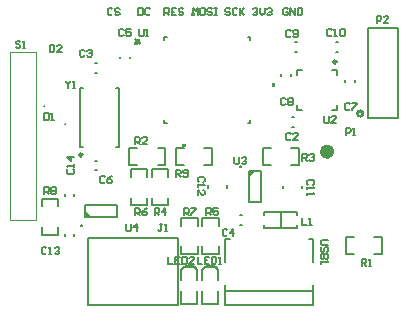
<source format=gto>
G04 Layer_Color=65535*
%FSLAX25Y25*%
%MOIN*%
G70*
G01*
G75*
%ADD29C,0.01000*%
%ADD47C,0.00787*%
%ADD48C,0.00984*%
%ADD49C,0.03150*%
%ADD50C,0.00500*%
%ADD51C,0.00600*%
%ADD52C,0.00394*%
%ADD53C,0.00700*%
%ADD54C,0.00591*%
%ADD55C,0.00709*%
%ADD56C,0.00669*%
G36*
X80811Y42567D02*
Y44776D01*
X83020D01*
X80811Y42567D01*
D02*
G37*
G36*
X28193Y29449D02*
X25984D01*
Y31657D01*
X28193Y29449D01*
D02*
G37*
G36*
X59686Y52549D02*
X58186D01*
Y53549D01*
X59686D01*
Y52549D01*
D02*
G37*
G36*
X62836Y96349D02*
X61336D01*
Y97349D01*
X62836D01*
Y96349D01*
D02*
G37*
G36*
X89211Y72624D02*
X88211D01*
Y74124D01*
X89211D01*
Y72624D01*
D02*
G37*
D29*
X118683Y63779D02*
G03*
X118683Y63779I-907J0D01*
G01*
D47*
X12425Y66315D02*
G03*
X12425Y66315I-197J0D01*
G01*
X19516Y60323D02*
G03*
X19516Y60323I-197J0D01*
G01*
X72827Y4740D02*
X101961D01*
X100583Y21866D02*
X101961D01*
X72827D02*
X74244D01*
X101961Y-141D02*
Y6512D01*
X72827Y-141D02*
X101961D01*
Y14386D02*
Y21866D01*
X72827Y-141D02*
Y6512D01*
Y14425D02*
Y21866D01*
X130311Y62449D02*
Y92449D01*
X120311D02*
X130311D01*
X120311Y62449D02*
Y92449D01*
Y62449D02*
X130311D01*
X57011Y-151D02*
Y22449D01*
X27111Y-151D02*
X57011D01*
X27111D02*
Y22449D01*
X57011D01*
X96540Y76784D02*
Y78458D01*
X98214D01*
X96540Y65072D02*
Y66745D01*
Y65072D02*
X98214D01*
X108253D02*
X109926D01*
Y66745D01*
Y76784D02*
Y78458D01*
X108253D02*
X109926D01*
X24315Y52606D02*
Y72291D01*
X37307Y52606D02*
Y72291D01*
X24315Y52606D02*
X25201D01*
X24315Y72291D02*
X25201D01*
X36421Y52606D02*
X37307D01*
X36421Y72291D02*
X37307D01*
D48*
X109828Y81017D02*
G03*
X109828Y81017I-492J0D01*
G01*
X25102Y50047D02*
G03*
X25102Y50047I-492J0D01*
G01*
D49*
X107581Y51083D02*
G03*
X107581Y51083I-907J0D01*
G01*
D50*
X25984Y29449D02*
X36614Y29449D01*
Y33449D01*
X25984Y33449D02*
X36614Y33449D01*
X25984Y29449D02*
Y33449D01*
X80811Y34146D02*
X80811Y44776D01*
X80811Y34146D02*
X84811D01*
X84811Y44776D02*
X84811Y34146D01*
X80811Y44776D02*
X84811D01*
X65153Y11764D02*
X65941Y12551D01*
X69681D01*
X65744Y12354D02*
X66433Y13043D01*
X69189D02*
X69779Y12453D01*
X69681Y12551D02*
X70468Y11764D01*
Y8220D02*
Y11764D01*
X65153Y8220D02*
Y11764D01*
Y347D02*
X70468D01*
Y4677D01*
X65153Y347D02*
Y4677D01*
X66433Y13043D02*
X69189D01*
X58153Y11764D02*
X58941Y12551D01*
X62681D01*
X58744Y12354D02*
X59433Y13043D01*
X62189D02*
X62779Y12453D01*
X62681Y12551D02*
X63468Y11764D01*
Y8220D02*
Y11764D01*
X58153Y8220D02*
Y11764D01*
Y347D02*
X63468D01*
Y4677D01*
X58153Y347D02*
Y4677D01*
X59433Y13043D02*
X62189D01*
D51*
X52511Y89249D02*
X53376D01*
X52511Y60649D02*
X53376D01*
X81111D02*
Y61514D01*
X80246Y89249D02*
X81111D01*
X52511Y88384D02*
Y89249D01*
Y60649D02*
Y61514D01*
X80246Y60649D02*
X81111D01*
Y88384D02*
Y89249D01*
D52*
X1125Y84449D02*
X1177Y28349D01*
X1176D02*
X9561D01*
Y42699D01*
Y84449D01*
X1125D02*
X9561D01*
D53*
X56313Y46722D02*
X58911D01*
X56313D02*
Y52169D01*
X58911D01*
X65711D02*
X68309D01*
Y46722D02*
Y52169D01*
X65711Y46722D02*
X68309D01*
X11584Y23451D02*
Y26049D01*
Y23451D02*
X17031D01*
Y26049D01*
Y32849D02*
Y35447D01*
X11584D02*
X17031D01*
X11584Y32849D02*
Y35447D01*
X63538Y26290D02*
Y28888D01*
X58091D02*
X63538D01*
X58091Y26290D02*
Y28888D01*
Y16892D02*
Y19490D01*
Y16892D02*
X63538D01*
Y19490D01*
X46750Y42550D02*
Y45148D01*
X41304D02*
X46750D01*
X41304Y42550D02*
Y45148D01*
Y33151D02*
Y35750D01*
Y33151D02*
X46750D01*
Y35750D01*
X70538Y26290D02*
Y28888D01*
X65091D02*
X70538D01*
X65091Y26290D02*
Y28888D01*
Y16892D02*
Y19490D01*
Y16892D02*
X70538D01*
Y19490D01*
X48297Y33151D02*
Y35750D01*
Y33151D02*
X53744D01*
Y35750D01*
Y42550D02*
Y45148D01*
X48297D02*
X53744D01*
X48297Y42550D02*
Y45148D01*
X94711Y52175D02*
X97309D01*
Y46729D02*
Y52175D01*
X94711Y46729D02*
X97309D01*
X85313D02*
X87911D01*
X85313D02*
Y52175D01*
X87911D01*
X50211Y46722D02*
X52809D01*
Y52169D01*
X50211D02*
X52809D01*
X40813D02*
X43411D01*
X40813Y46722D02*
Y52169D01*
Y46722D02*
X43411D01*
X112998Y22467D02*
X115596D01*
X112998Y17020D02*
Y22467D01*
Y17020D02*
X115596D01*
X122396D02*
X124994D01*
Y22467D01*
X122396D02*
X124994D01*
D54*
X91331Y25492D02*
Y31004D01*
X96842Y25492D02*
Y26673D01*
X85819Y25492D02*
X96842D01*
X85819D02*
Y26673D01*
Y29823D02*
Y31004D01*
X96842D01*
Y29823D02*
Y31004D01*
X14252Y86653D02*
Y84291D01*
X15433D01*
X15826Y84685D01*
Y86259D01*
X15433Y86653D01*
X14252D01*
X18188Y84291D02*
X16613D01*
X18188Y85866D01*
Y86259D01*
X17794Y86653D01*
X17007D01*
X16613Y86259D01*
X12425Y63875D02*
Y61514D01*
X13606D01*
X13999Y61907D01*
Y63482D01*
X13606Y63875D01*
X12425D01*
X14787Y61514D02*
X15574D01*
X15180D01*
Y63875D01*
X14787Y63482D01*
X19516Y74653D02*
Y74259D01*
X20303Y73472D01*
X21090Y74259D01*
Y74653D01*
X20303Y73472D02*
Y72291D01*
X21877D02*
X22664D01*
X22271D01*
Y74653D01*
X21877Y74259D01*
X107027Y21614D02*
X105059D01*
X104665Y21221D01*
Y20433D01*
X105059Y20040D01*
X107027D01*
X106633Y17678D02*
X107027Y18072D01*
Y18859D01*
X106633Y19253D01*
X106240D01*
X105846Y18859D01*
Y18072D01*
X105453Y17678D01*
X105059D01*
X104665Y18072D01*
Y18859D01*
X105059Y19253D01*
X107027Y16891D02*
X104665D01*
Y15711D01*
X105059Y15317D01*
X105453D01*
X105846Y15711D01*
Y16891D01*
Y15711D01*
X106240Y15317D01*
X106633D01*
X107027Y15711D01*
Y16891D01*
X104665Y14530D02*
Y13743D01*
Y14136D01*
X107027D01*
X106633Y14530D01*
X39724Y26987D02*
Y25020D01*
X40118Y24626D01*
X40905D01*
X41299Y25020D01*
Y26987D01*
X43267Y24626D02*
Y26987D01*
X42086Y25807D01*
X43660D01*
X24629Y26404D02*
X24742Y26291D01*
X24854Y26404D01*
X24742Y26516D01*
X24629Y26404D01*
X75846Y49271D02*
Y47303D01*
X76240Y46909D01*
X77027D01*
X77421Y47303D01*
Y49271D01*
X78208Y48877D02*
X78601Y49271D01*
X79389D01*
X79782Y48877D01*
Y48484D01*
X79389Y48090D01*
X78995D01*
X79389D01*
X79782Y47697D01*
Y47303D01*
X79389Y46909D01*
X78601D01*
X78208Y47303D01*
X77766Y46130D02*
X77653Y46018D01*
X77766Y45906D01*
X77878Y46018D01*
X77766Y46130D01*
X44024Y91986D02*
Y90018D01*
X44417Y89624D01*
X45204D01*
X45598Y90018D01*
Y91986D01*
X46385Y89624D02*
X47172D01*
X46779D01*
Y91986D01*
X46385Y91592D01*
X42661Y88517D02*
X44235Y86942D01*
X42661D02*
X44235Y88517D01*
X42661Y87730D02*
X44235D01*
X43448Y86942D02*
Y88517D01*
X4468Y87637D02*
X4074Y88031D01*
X3287D01*
X2894Y87637D01*
Y87244D01*
X3287Y86850D01*
X4074D01*
X4468Y86456D01*
Y86063D01*
X4074Y85669D01*
X3287D01*
X2894Y86063D01*
X5255Y85669D02*
X6042D01*
X5649D01*
Y88031D01*
X5255Y87637D01*
X56313Y42699D02*
Y45060D01*
X57494D01*
X57887Y44667D01*
Y43880D01*
X57494Y43486D01*
X56313D01*
X57100D02*
X57887Y42699D01*
X58674Y43092D02*
X59068Y42699D01*
X59855D01*
X60249Y43092D01*
Y44667D01*
X59855Y45060D01*
X59068D01*
X58674Y44667D01*
Y44273D01*
X59068Y43880D01*
X60249D01*
X12425Y36882D02*
Y39243D01*
X13606D01*
X13999Y38850D01*
Y38063D01*
X13606Y37669D01*
X12425D01*
X13212D02*
X13999Y36882D01*
X14787Y38850D02*
X15180Y39243D01*
X15967D01*
X16361Y38850D01*
Y38456D01*
X15967Y38063D01*
X16361Y37669D01*
Y37275D01*
X15967Y36882D01*
X15180D01*
X14787Y37275D01*
Y37669D01*
X15180Y38063D01*
X14787Y38456D01*
Y38850D01*
X15180Y38063D02*
X15967D01*
X58941Y29862D02*
Y32224D01*
X60122D01*
X60515Y31830D01*
Y31043D01*
X60122Y30649D01*
X58941D01*
X59728D02*
X60515Y29862D01*
X61302Y32224D02*
X62877D01*
Y31830D01*
X61302Y30256D01*
Y29862D01*
X42661Y29823D02*
Y32184D01*
X43842D01*
X44235Y31791D01*
Y31004D01*
X43842Y30610D01*
X42661D01*
X43448D02*
X44235Y29823D01*
X46597Y32184D02*
X45810Y31791D01*
X45022Y31004D01*
Y30216D01*
X45416Y29823D01*
X46203D01*
X46597Y30216D01*
Y30610D01*
X46203Y31004D01*
X45022D01*
X66433Y29862D02*
Y32224D01*
X67614D01*
X68007Y31830D01*
Y31043D01*
X67614Y30649D01*
X66433D01*
X67220D02*
X68007Y29862D01*
X70369Y32224D02*
X68795D01*
Y31043D01*
X69582Y31436D01*
X69975D01*
X70369Y31043D01*
Y30256D01*
X69975Y29862D01*
X69188D01*
X68795Y30256D01*
X49213Y29862D02*
Y32224D01*
X50393D01*
X50787Y31830D01*
Y31043D01*
X50393Y30649D01*
X49213D01*
X50000D02*
X50787Y29862D01*
X52755D02*
Y32224D01*
X51574Y31043D01*
X53148D01*
X98425Y48063D02*
Y50424D01*
X99606D01*
X99999Y50031D01*
Y49244D01*
X99606Y48850D01*
X98425D01*
X99212D02*
X99999Y48063D01*
X100787Y50031D02*
X101180Y50424D01*
X101967D01*
X102361Y50031D01*
Y49637D01*
X101967Y49244D01*
X101574D01*
X101967D01*
X102361Y48850D01*
Y48457D01*
X101967Y48063D01*
X101180D01*
X100787Y48457D01*
X42661Y53549D02*
Y55910D01*
X43842D01*
X44235Y55517D01*
Y54729D01*
X43842Y54336D01*
X42661D01*
X43448D02*
X44235Y53549D01*
X46597D02*
X45022D01*
X46597Y55123D01*
Y55517D01*
X46203Y55910D01*
X45416D01*
X45022Y55517D01*
X118189Y13043D02*
Y15405D01*
X119370D01*
X119763Y15011D01*
Y14224D01*
X119370Y13830D01*
X118189D01*
X118976D02*
X119763Y13043D01*
X120550D02*
X121338D01*
X120944D01*
Y15405D01*
X120550Y15011D01*
X123189Y93976D02*
Y96338D01*
X124370D01*
X124763Y95944D01*
Y95157D01*
X124370Y94763D01*
X123189D01*
X127125Y93976D02*
X125550D01*
X127125Y95551D01*
Y95944D01*
X126731Y96338D01*
X125944D01*
X125550Y95944D01*
X112998Y56614D02*
Y58976D01*
X114179D01*
X114572Y58582D01*
Y57795D01*
X114179Y57401D01*
X112998D01*
X115359Y56614D02*
X116146D01*
X115753D01*
Y58976D01*
X115359Y58582D01*
X63537Y16102D02*
Y13740D01*
X65111D01*
X67473Y16102D02*
X65899D01*
Y13740D01*
X67473D01*
X65899Y14921D02*
X66686D01*
X68260Y16102D02*
Y13740D01*
X69441D01*
X69834Y14134D01*
Y15708D01*
X69441Y16102D01*
X68260D01*
X70621Y13740D02*
X71408D01*
X71015D01*
Y16102D01*
X70621Y15708D01*
X98425Y29035D02*
Y26673D01*
X99999D01*
X100787D02*
X101574D01*
X101180D01*
Y29035D01*
X100787Y28641D01*
X51785Y26987D02*
X50998D01*
X51392D01*
Y25020D01*
X50998Y24626D01*
X50605D01*
X50211Y25020D01*
X52573Y24626D02*
X53360D01*
X52966D01*
Y26987D01*
X52573Y26594D01*
X20457Y45246D02*
X20064Y44852D01*
Y44065D01*
X20457Y43671D01*
X22032D01*
X22425Y44065D01*
Y44852D01*
X22032Y45246D01*
X22425Y46033D02*
Y46820D01*
Y46426D01*
X20064D01*
X20457Y46033D01*
X22425Y49181D02*
X20064D01*
X21245Y48000D01*
Y49575D01*
X13159Y18859D02*
X12765Y19253D01*
X11978D01*
X11584Y18859D01*
Y17285D01*
X11978Y16892D01*
X12765D01*
X13159Y17285D01*
X13946Y16892D02*
X14733D01*
X14339D01*
Y19253D01*
X13946Y18859D01*
X15914D02*
X16307Y19253D01*
X17094D01*
X17488Y18859D01*
Y18466D01*
X17094Y18072D01*
X16701D01*
X17094D01*
X17488Y17679D01*
Y17285D01*
X17094Y16892D01*
X16307D01*
X15914Y17285D01*
X65505Y40975D02*
X65899Y41369D01*
Y42156D01*
X65505Y42550D01*
X63931D01*
X63538Y42156D01*
Y41369D01*
X63931Y40975D01*
X63538Y40188D02*
Y39401D01*
Y39795D01*
X65899D01*
X65505Y40188D01*
X63538Y36646D02*
Y38220D01*
X65112Y36646D01*
X65505D01*
X65899Y37040D01*
Y37827D01*
X65505Y38220D01*
X101869Y40040D02*
X102263Y40433D01*
Y41221D01*
X101869Y41614D01*
X100295D01*
X99902Y41221D01*
Y40433D01*
X100295Y40040D01*
X99902Y39253D02*
Y38466D01*
Y38859D01*
X102263D01*
X101869Y39253D01*
X99902Y37285D02*
Y36498D01*
Y36891D01*
X102263D01*
X101869Y37285D01*
X108287Y91495D02*
X107893Y91889D01*
X107106D01*
X106713Y91495D01*
Y89921D01*
X107106Y89528D01*
X107893D01*
X108287Y89921D01*
X109074Y89528D02*
X109861D01*
X109468D01*
Y91889D01*
X109074Y91495D01*
X111042D02*
X111435Y91889D01*
X112223D01*
X112616Y91495D01*
Y89921D01*
X112223Y89528D01*
X111435D01*
X111042Y89921D01*
Y91495D01*
X94610Y91217D02*
X94216Y91610D01*
X93429D01*
X93035Y91217D01*
Y89642D01*
X93429Y89249D01*
X94216D01*
X94610Y89642D01*
X95397D02*
X95790Y89249D01*
X96578D01*
X96971Y89642D01*
Y91217D01*
X96578Y91610D01*
X95790D01*
X95397Y91217D01*
Y90823D01*
X95790Y90430D01*
X96971D01*
X92905Y68507D02*
X92511Y68901D01*
X91724D01*
X91331Y68507D01*
Y66933D01*
X91724Y66539D01*
X92511D01*
X92905Y66933D01*
X93692Y68507D02*
X94086Y68901D01*
X94873D01*
X95266Y68507D01*
Y68114D01*
X94873Y67720D01*
X95266Y67326D01*
Y66933D01*
X94873Y66539D01*
X94086D01*
X93692Y66933D01*
Y67326D01*
X94086Y67720D01*
X93692Y68114D01*
Y68507D01*
X94086Y67720D02*
X94873D01*
X114271Y66795D02*
X113878Y67188D01*
X113090D01*
X112697Y66795D01*
Y65220D01*
X113090Y64827D01*
X113878D01*
X114271Y65220D01*
X115058Y67188D02*
X116633D01*
Y66795D01*
X115058Y65220D01*
Y64827D01*
X32637Y42617D02*
X32244Y43011D01*
X31457D01*
X31063Y42617D01*
Y41043D01*
X31457Y40650D01*
X32244D01*
X32637Y41043D01*
X34999Y43011D02*
X34212Y42617D01*
X33424Y41830D01*
Y41043D01*
X33818Y40650D01*
X34605D01*
X34999Y41043D01*
Y41437D01*
X34605Y41830D01*
X33424D01*
X38881Y91495D02*
X38488Y91889D01*
X37701D01*
X37307Y91495D01*
Y89921D01*
X37701Y89528D01*
X38488D01*
X38881Y89921D01*
X41243Y91889D02*
X39669D01*
Y90708D01*
X40456Y91102D01*
X40849D01*
X41243Y90708D01*
Y89921D01*
X40849Y89528D01*
X40062D01*
X39669Y89921D01*
X73484Y24822D02*
X73090Y25216D01*
X72303D01*
X71909Y24822D01*
Y23248D01*
X72303Y22854D01*
X73090D01*
X73484Y23248D01*
X75452Y22854D02*
Y25216D01*
X74271Y24035D01*
X75845D01*
X25889Y84727D02*
X25496Y85121D01*
X24709D01*
X24315Y84727D01*
Y83153D01*
X24709Y82759D01*
X25496D01*
X25889Y83153D01*
X26676Y84727D02*
X27070Y85121D01*
X27857D01*
X28251Y84727D01*
Y84333D01*
X27857Y83940D01*
X27463D01*
X27857D01*
X28251Y83546D01*
Y83153D01*
X27857Y82759D01*
X27070D01*
X26676Y83153D01*
X94610Y56858D02*
X94216Y57251D01*
X93429D01*
X93035Y56858D01*
Y55283D01*
X93429Y54890D01*
X94216D01*
X94610Y55283D01*
X96971Y54890D02*
X95397D01*
X96971Y56464D01*
Y56858D01*
X96578Y57251D01*
X95790D01*
X95397Y56858D01*
X53739Y16031D02*
Y13670D01*
X55313D01*
X57674Y16031D02*
X56100D01*
Y13670D01*
X57674D01*
X56100Y14850D02*
X56887D01*
X58462Y16031D02*
Y13670D01*
X59642D01*
X60036Y14063D01*
Y15638D01*
X59642Y16031D01*
X58462D01*
X62397Y13670D02*
X60823D01*
X62397Y15244D01*
Y15638D01*
X62004Y16031D01*
X61217D01*
X60823Y15638D01*
X105780Y63010D02*
Y61042D01*
X106173Y60649D01*
X106960D01*
X107354Y61042D01*
Y63010D01*
X109715Y60649D02*
X108141D01*
X109715Y62223D01*
Y62617D01*
X109322Y63010D01*
X108535D01*
X108141Y62617D01*
X93700Y98503D02*
X93307Y98897D01*
X92520D01*
X92126Y98503D01*
Y96929D01*
X92520Y96535D01*
X93307D01*
X93700Y96929D01*
Y97716D01*
X92913D01*
X94487Y96535D02*
Y98897D01*
X96062Y96535D01*
Y98897D01*
X96849D02*
Y96535D01*
X98030D01*
X98423Y96929D01*
Y98503D01*
X98030Y98897D01*
X96849D01*
X81915Y98503D02*
X82309Y98897D01*
X83096D01*
X83490Y98503D01*
Y98110D01*
X83096Y97716D01*
X82702D01*
X83096D01*
X83490Y97323D01*
Y96929D01*
X83096Y96535D01*
X82309D01*
X81915Y96929D01*
X84277Y98897D02*
Y97323D01*
X85064Y96535D01*
X85851Y97323D01*
Y98897D01*
X86638Y98503D02*
X87032Y98897D01*
X87819D01*
X88213Y98503D01*
Y98110D01*
X87819Y97716D01*
X87425D01*
X87819D01*
X88213Y97323D01*
Y96929D01*
X87819Y96535D01*
X87032D01*
X86638Y96929D01*
X74401Y98503D02*
X74007Y98897D01*
X73220D01*
X72827Y98503D01*
Y98110D01*
X73220Y97716D01*
X74007D01*
X74401Y97323D01*
Y96929D01*
X74007Y96535D01*
X73220D01*
X72827Y96929D01*
X76762Y98503D02*
X76369Y98897D01*
X75582D01*
X75188Y98503D01*
Y96929D01*
X75582Y96535D01*
X76369D01*
X76762Y96929D01*
X77550Y98897D02*
Y96535D01*
Y97323D01*
X79124Y98897D01*
X77943Y97716D01*
X79124Y96535D01*
X62086D02*
Y98897D01*
X62873Y98110D01*
X63660Y98897D01*
Y96535D01*
X65628Y98897D02*
X64841D01*
X64447Y98503D01*
Y96929D01*
X64841Y96535D01*
X65628D01*
X66022Y96929D01*
Y98503D01*
X65628Y98897D01*
X68383Y98503D02*
X67990Y98897D01*
X67203D01*
X66809Y98503D01*
Y98110D01*
X67203Y97716D01*
X67990D01*
X68383Y97323D01*
Y96929D01*
X67990Y96535D01*
X67203D01*
X66809Y96929D01*
X69170Y98897D02*
X69958D01*
X69564D01*
Y96535D01*
X69170D01*
X69958D01*
X52511D02*
Y98897D01*
X53692D01*
X54085Y98503D01*
Y97716D01*
X53692Y97323D01*
X52511D01*
X53298D02*
X54085Y96535D01*
X56447Y98897D02*
X54873D01*
Y96535D01*
X56447D01*
X54873Y97716D02*
X55660D01*
X58808Y98503D02*
X58415Y98897D01*
X57627D01*
X57234Y98503D01*
Y98110D01*
X57627Y97716D01*
X58415D01*
X58808Y97323D01*
Y96929D01*
X58415Y96535D01*
X57627D01*
X57234Y96929D01*
X43811Y98897D02*
Y96535D01*
X44992D01*
X45385Y96929D01*
Y98503D01*
X44992Y98897D01*
X43811D01*
X47747Y98503D02*
X47353Y98897D01*
X46566D01*
X46172Y98503D01*
Y96929D01*
X46566Y96535D01*
X47353D01*
X47747Y96929D01*
X35177Y98503D02*
X34783Y98897D01*
X33996D01*
X33602Y98503D01*
Y96929D01*
X33996Y96535D01*
X34783D01*
X35177Y96929D01*
X37538Y98503D02*
X37145Y98897D01*
X36357D01*
X35964Y98503D01*
Y98110D01*
X36357Y97716D01*
X37145D01*
X37538Y97323D01*
Y96929D01*
X37145Y96535D01*
X36357D01*
X35964Y96929D01*
D55*
X19197Y36252D02*
Y36882D01*
X22425Y36252D02*
Y36882D01*
Y22866D02*
Y23496D01*
X19197Y22866D02*
Y23496D01*
X109772Y87588D02*
X110402D01*
X109772Y84360D02*
X110402D01*
X95996Y87588D02*
X96626D01*
X95996Y84360D02*
X96626D01*
X91421Y76224D02*
Y76854D01*
X94650Y76224D02*
Y76854D01*
X115925Y74252D02*
Y74882D01*
X112697Y74252D02*
Y74882D01*
X29496Y48063D02*
X30126D01*
X29496Y44835D02*
X30126D01*
X40902Y82129D02*
Y82759D01*
X37673Y82129D02*
Y82759D01*
X77811Y26634D02*
X78441D01*
X77811Y29862D02*
X78441D01*
X29496Y80563D02*
X30126D01*
X29496Y77335D02*
X30126D01*
X94961Y59409D02*
X95591D01*
X94961Y62638D02*
X95591D01*
D56*
X73461Y39055D02*
Y39843D01*
X67161Y39055D02*
Y39843D01*
X98425Y38850D02*
Y39638D01*
X92126Y38850D02*
Y39638D01*
M02*

</source>
